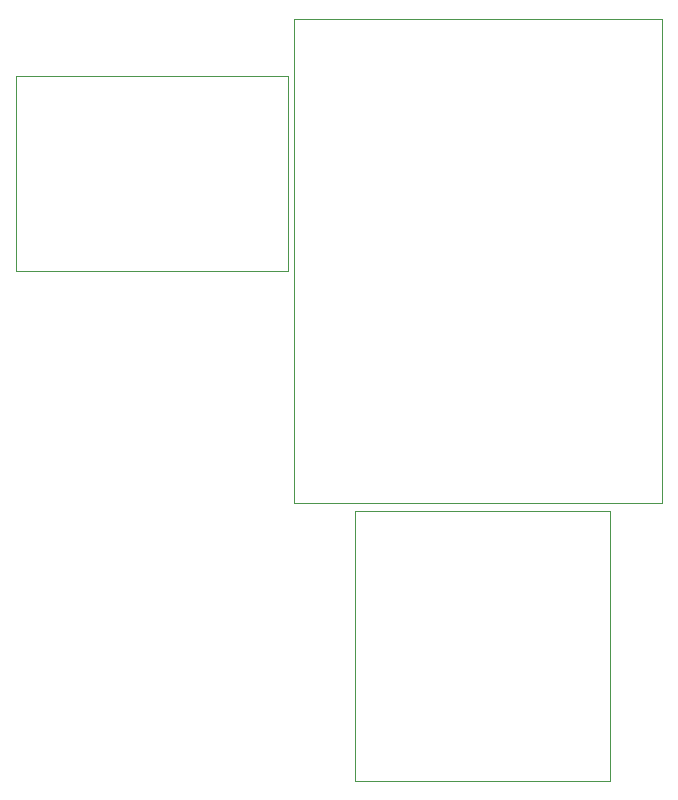
<source format=gbr>
G04 --- HEADER BEGIN --- *
G04 #@! TF.GenerationSoftware,LibrePCB,LibrePCB,0.1.7*
G04 #@! TF.CreationDate,2023-06-03T19:29:22*
G04 #@! TF.ProjectId,THQRightThrottle,1801acc5-9244-403a-a77d-ebbcc31c52c0,v1*
G04 #@! TF.Part,Single*
G04 #@! TF.SameCoordinates*
G04 #@! TF.FileFunction,Profile,NP*
%FSLAX66Y66*%
%MOMM*%
G01*
G75*
G04 --- HEADER END --- *
G04 --- APERTURE LIST BEGIN --- *
G04 #@! TA.AperFunction,Profile*
%ADD10C,0.001*%
G04 #@! TD*
G04 --- APERTURE LIST END --- *
G04 --- BOARD BEGIN --- *
D10*
X-16000000Y15000000D02*
X-16000000Y-26000000D01*
X15200000Y-26000000D01*
X15200000Y15000000D01*
X-16000000Y15000000D01*
X10795000Y-26670000D02*
X-10795000Y-26670000D01*
X-10795000Y-49500000D01*
X10795000Y-49500000D01*
X10795000Y-26670000D01*
X-16500000Y-6350000D02*
X-16500000Y10160000D01*
X-39500000Y10160000D01*
X-39500000Y-6350000D01*
X-16500000Y-6350000D01*
G04 --- BOARD END --- *
G04 #@! TF.MD5,c9114d60f325643cd2041e41615a53dc*
M02*

</source>
